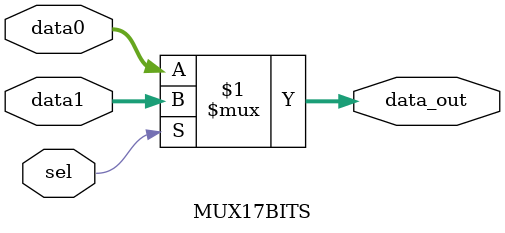
<source format=v>
`timescale 1ns / 1ps



module MUX17BITS(data_out,
                 data0,
                 data1,
                 sel);
parameter n=16, // multiplicand width size 
          m=16; // mulitplier width size 
output[n:0] data_out;
input[n:0] data0,
             data1;
input sel;             
assign data_out=sel?data1:data0;                          
endmodule

</source>
